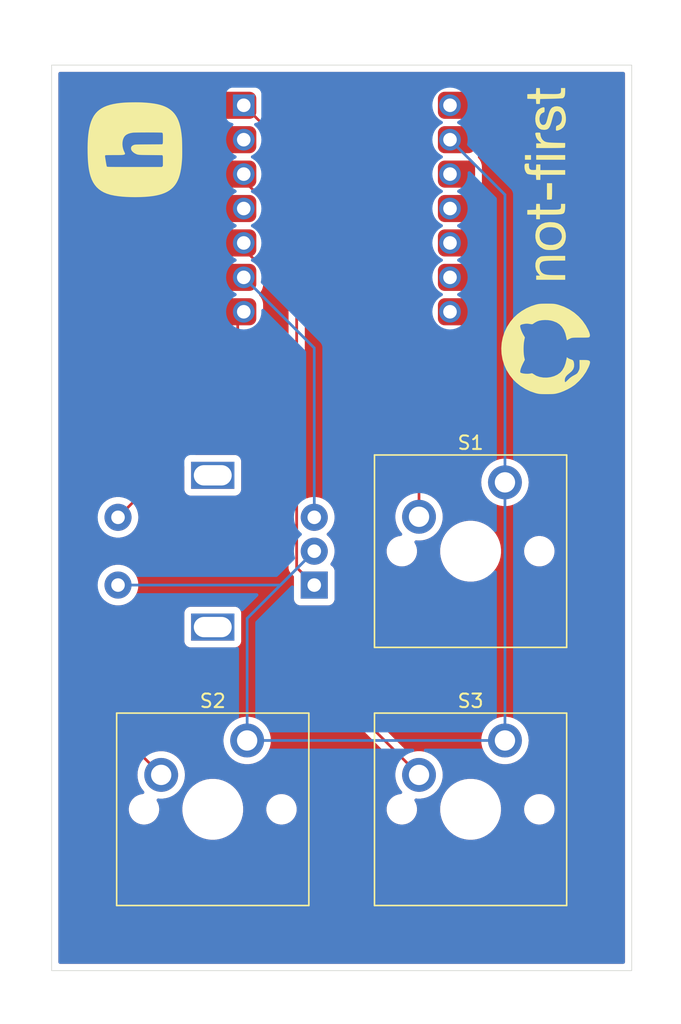
<source format=kicad_pcb>
(kicad_pcb (version 20240108) (generator "pcbnew") (generator_version "8.0")
  (layers (0 "F.Cu" signal) (31 "B.Cu" signal) (34 "B.Paste" user) (35 "F.Paste" user) (36 "B.SilkS" user "B.Silkscreen") (37 "F.SilkS" user "F.Silkscreen") (38 "B.Mask" user) (39 "F.Mask" user) (44 "Edge.Cuts" user))
  (net 0 "")
  (net 1 "Switch 1")
  (net 2 "GND")
  (net 3 "Switch 2")
  (net 4 "Switch 3")
  (net 5 "REB")
  (net 6 "REA")
  (net 7 "RES")
  (footprint "ScottoKeebs_Scotto:Encoder_EC11_MX" (layer "F.Cu") (at 95.25 95.25 180)
    (property "Reference" "SW1" (hide yes))
    (property "Value" "RotaryEncoder_Switch" (hide yes))
    (pad "A" thru_hole rect (at -7.5 -2.5 180) (size 2 2) (drill 1) (layers "*.Cu" "*.Mask") (net 6 "REA"))
    (pad "B" thru_hole circle (at -7.5 2.5 180) (size 2 2) (drill 1) (layers "*.Cu" "*.Mask") (net 5 "REB"))
    (pad "C" thru_hole circle (at -7.5 0 180) (size 2 2) (drill 1) (layers "*.Cu" "*.Mask") (net 2 "GND"))
    (pad "MP" thru_hole rect (at 0 -5.6 180) (size 3.2 2) (drill oval 2.8 1.5) (layers "*.Cu" "*.Mask"))
    (pad "MP" thru_hole rect (at 0 5.6 180) (size 3.2 2) (drill oval 2.8 1.5) (layers "*.Cu" "*.Mask"))
    (pad "S1" thru_hole circle (at 7 2.5 180) (size 2 2) (drill 1) (layers "*.Cu" "*.Mask") (net 7 "RES"))
    (pad "S2" thru_hole circle (at 7 -2.5 180) (size 2 2) (drill 1) (layers "*.Cu" "*.Mask") (net 2 "GND"))
  )
  (footprint "LOGO" (layer "F.Cu") (at 119.86 80.32 90)
    (property "Reference" "G***" (hide yes))
    (property "Value" "LOGO" (hide yes))
    (fp_poly (pts (xy 0.451525 -3.261153) (xy 0.858514 -3.179115) (xy 1.25578 -3.045913) (xy 1.63863 -2.861571) (xy 2.002373 -2.626111) (xy 2.300534 -2.378866) (xy 2.560199 -2.103881) (xy 2.795633 -1.78615) (xy 2.998858 -1.439009) (xy 3.161902 -1.075794) (xy 3.26046 -0.773678) (xy 3.288436 -0.665067) (xy 3.30889 -0.570139) (xy 3.323002 -0.476277) (xy 3.331951 -0.370866) (xy 3.336913 -0.241289) (xy 3.339069 -0.074931) (xy 3.339542 0.072988) (xy 3.339206 0.272368) (xy 3.33686 0.4259) (xy 3.331343 0.546122) (xy 3.321494 0.645573) (xy 3.306153 0.736789) (xy 3.284158 0.832308) (xy 3.261152 0.919655) (xy 3.119256 1.334092) (xy 2.926212 1.725357) (xy 2.686112 2.088568) (xy 2.403049 2.418842) (xy 2.081117 2.711296) (xy 1.72441 2.961048) (xy 1.406999 3.131413) (xy 1.227625 3.208574) (xy 1.088685 3.251845) (xy 0.98394 3.262426) (xy 0.907152 3.241515) (xy 0.890513 3.230708) (xy 0.871184 3.213225) (xy 0.856662 3.188409) (xy 0.846263 3.148442) (xy 0.839303 3.085507) (xy 0.835095 2.991785) (xy 0.832954 2.859458) (xy 0.832197 2.68071) (xy 0.832122 2.564289) (xy 0.831767 2.356199) (xy 0.830209 2.19735) (xy 0.826653 2.078593) (xy 0.820301 1.990781) (xy 0.810357 1.924764) (xy 0.796024 1.871395) (xy 0.776505 1.821524) (xy 0.765264 1.796584) (xy 0.719121 1.704986) (xy 0.674534 1.629984) (xy 0.654215 1.602784) (xy 0.635698 1.576354) (xy 0.644531 1.557821) (xy 0.690183 1.542062) (xy 0.78212 1.523956) (xy 0.808465 1.519329) (xy 1.126815 1.443837) (xy 1.397793 1.33547) (xy 1.623523 1.192339) (xy 1.806125 1.012553) (xy 1.947723 0.794221) (xy 2.050437 0.535453) (xy 2.090789 0.376794) (xy 2.122208 0.161772) (xy 2.130613 -0.064252) (xy 2.116973 -0.284353) (xy 2.082257 -0.481605) (xy 2.033328 -0.626626) (xy 1.978291 -0.736428) (xy 1.918566 -0.839961) (xy 1.879511 -0.897765) (xy 1.841303 -0.951178) (xy 1.822055 -0.996741) (xy 1.819434 -1.053057) (xy 1.83111 -1.138731) (xy 1.841738 -1.199271) (xy 1.861263 -1.342525) (xy 1.860974 -1.46621) (xy 1.842524 -1.597163) (xy 1.813438 -1.735636) (xy 1.7839 -1.82531) (xy 1.748725 -1.875585) (xy 1.702732 -1.89586) (xy 1.676787 -1.897701) (xy 1.577744 -1.883297) (xy 1.445062 -1.844064) (xy 1.294706 -1.785976) (xy 1.142644 -1.715006) (xy 1.043888 -1.660951) (xy 0.846973 -1.544931) (xy 0.620555 -1.593924) (xy 0.449187 -1.62064) (xy 0.241812 -1.637038) (xy 0.016703 -1.643095) (xy -0.20787 -1.638788) (xy -0.413635 -1.624095) (xy -0.58232 -1.598992) (xy -0.598506 -1.595439) (xy -0.802874 -1.548624) (xy -1.094828 -1.695078) (xy -1.277136 -1.779741) (xy -1.440135 -1.842276) (xy -1.57672 -1.880818) (xy -1.679785 -1.893504) (xy -1.742226 -1.878469) (xy -1.752418 -1.867578) (xy -1.789487 -1.774957) (xy -1.816862 -1.642784) (xy -1.833138 -1.489305) (xy -1.836909 -1.332767) (xy -1.826772 -1.191417) (xy -1.810649 -1.111288) (xy -1.796998 -1.038828) (xy -1.811628 -0.980524) (xy -1.856252 -0.913988) (xy -1.982713 -0.702294) (xy -2.068201 -0.459963) (xy -2.113305 -0.197368) (xy -2.118615 0.075116) (xy -2.084721 0.347117) (xy -2.012214 0.608259) (xy -1.901683 0.848169) (xy -1.753718 1.056473) (xy -1.743528 1.067889) (xy -1.566083 1.222743) (xy -1.338269 1.35189) (xy -1.062713 1.45414) (xy -0.742044 1.528298) (xy -0.721664 1.531788) (xy -0.611258 1.550348) (xy -0.676484 1.64195) (xy -0.725271 1.729996) (xy -0.766686 1.836825) (xy -0.775123 1.866718) (xy -0.810696 1.960995) (xy -0.868548 2.025109) (xy -0.959307 2.065484) (xy -1.0936 2.088546) (xy -1.150353 2.093531) (xy -1.326775 2.085619) (xy -1.485362 2.031469) (xy -1.633102 1.927276) (xy -1.776986 1.769231) (xy -1.799038 1.740146) (xy -1.928563 1.584639) (xy -2.051269 1.48003) (xy -2.175502 1.420829) (xy -2.309605 1.401548) (xy -2.313736 1.401529) (xy -2.407136 1.408475) (xy -2.450133 1.428668) (xy -2.452414 1.436618) (xy -2.4322 1.471625) (xy -2.378485 1.533477) (xy -2.301657 1.61051) (xy -2.276903 1.633687) (xy -2.147662 1.76999) (xy -2.033994 1.930438) (xy -1.96078 2.058276) (xy -1.89407 2.179829) (xy -1.841924 2.26221) (xy -1.792753 2.318454) (xy -1.734966 2.361593) (xy -1.656974 2.404663) (xy -1.649272 2.40862) (xy -1.571127 2.446881) (xy -1.504918 2.471794) (xy -1.434842 2.485984) (xy -1.345098 2.492076) (xy -1.219884 2.492694) (xy -1.147924 2.491888) (xy -0.817471 2.487568) (xy -0.817471 2.81384) (xy -0.82255 3.00339) (xy -0.841778 3.139359) (xy -0.881141 3.22561) (xy -0.946627 3.266008) (xy -1.044222 3.264415) (xy -1.179913 3.224697) (xy -1.34764 3.15601) (xy -1.702841 2.971549) (xy -2.043499 2.73884) (xy -2.356831 2.468003) (xy -2.630051 2.169154) (xy -2.686909 2.096146) (xy -2.838639 1.870212) (xy -2.984824 1.60753) (xy -3.115015 1.32954) (xy -3.218761 1.057677) (xy -3.260461 0.919655) (xy -3.288436 0.811044) (xy -3.308891 0.716116) (xy -3.323003 0.622254) (xy -3.331951 0.516842) (xy -3.336914 0.387266) (xy -3.339069 0.220908) (xy -3.339543 0.072988) (xy -3.339207 -0.126391) (xy -3.33686 -0.279923) (xy -3.331343 -0.400146) (xy -3.321495 -0.499596) (xy -3.306153 -0.590813) (xy -3.284158 -0.686332) (xy -3.261152 -0.773678) (xy -3.132363 -1.150721) (xy -2.955036 -1.520585) (xy -2.736866 -1.870566) (xy -2.485546 -2.187959) (xy -2.275594 -2.400953) (xy -1.931896 -2.67769) (xy -1.565083 -2.903106) (xy -1.179845 -3.077223) (xy -0.780873 -3.200063) (xy -0.37286 -3.27165) (xy 0.039503 -3.292006)) (fill solid) (layer "F.SilkS"))
  )
  (footprint "ScottoKeebs_MX:MX_PCB_1.00u" (layer "F.Cu") (at 95.25 114.3)
    (property "Reference" "S2" (at 0 -8 0) (layer "F.SilkS"))
    (property "Value" "Keyswitch")
    (fp_line (start -7.1 -7.1) (end -7.1 7.1) (stroke (width 0.12)) (layer "F.SilkS"))
    (fp_line (start -7.1 7.1) (end 7.1 7.1) (stroke (width 0.12)) (layer "F.SilkS"))
    (fp_line (start 7.1 -7.1) (end -7.1 -7.1) (stroke (width 0.12)) (layer "F.SilkS"))
    (fp_line (start 7.1 7.1) (end 7.1 -7.1) (stroke (width 0.12)) (layer "F.SilkS"))
    (pad "" np_thru_hole circle (at -5.08 0) (size 1.75 1.75) (drill 1.75) (layers "*.Cu" "*.Mask"))
    (pad "" np_thru_hole circle (at 0 0) (size 4 4) (drill 4) (layers "*.Cu" "*.Mask"))
    (pad "" np_thru_hole circle (at 5.08 0) (size 1.75 1.75) (drill 1.75) (layers "*.Cu" "*.Mask"))
    (pad "1" thru_hole circle (at -3.81 -2.54) (size 2.5 2.5) (drill 1.5) (layers "*.Cu" "*.Mask") (net 3 "Switch 2"))
    (pad "2" thru_hole circle (at 2.54 -5.08) (size 2.5 2.5) (drill 1.5) (layers "*.Cu" "*.Mask") (net 2 "GND"))
  )
  (footprint "ScottoKeebs_MX:MX_PCB_1.00u" (layer "F.Cu") (at 114.3 95.25)
    (property "Reference" "S1" (at 0 -8 0) (layer "F.SilkS"))
    (property "Value" "Keyswitch")
    (fp_line (start -7.1 -7.1) (end -7.1 7.1) (stroke (width 0.12)) (layer "F.SilkS"))
    (fp_line (start -7.1 7.1) (end 7.1 7.1) (stroke (width 0.12)) (layer "F.SilkS"))
    (fp_line (start 7.1 -7.1) (end -7.1 -7.1) (stroke (width 0.12)) (layer "F.SilkS"))
    (fp_line (start 7.1 7.1) (end 7.1 -7.1) (stroke (width 0.12)) (layer "F.SilkS"))
    (pad "" np_thru_hole circle (at -5.08 0) (size 1.75 1.75) (drill 1.75) (layers "*.Cu" "*.Mask"))
    (pad "" np_thru_hole circle (at 0 0) (size 4 4) (drill 4) (layers "*.Cu" "*.Mask"))
    (pad "" np_thru_hole circle (at 5.08 0) (size 1.75 1.75) (drill 1.75) (layers "*.Cu" "*.Mask"))
    (pad "1" thru_hole circle (at -3.81 -2.54) (size 2.5 2.5) (drill 1.5) (layers "*.Cu" "*.Mask") (net 1 "Switch 1"))
    (pad "2" thru_hole circle (at 2.54 -5.08) (size 2.5 2.5) (drill 1.5) (layers "*.Cu" "*.Mask") (net 2 "GND"))
  )
  (footprint "LOGO" (layer "F.Cu") (at 89.5 65.62 90)
    (property "Reference" "G***" (hide yes))
    (property "Value" "LOGO" (hide yes))
    (fp_poly (pts (xy 0.497369 -3.492316) (xy 0.815527 -3.475494) (xy 1.110403 -3.448862) (xy 1.382804 -3.412279) (xy 1.633533 -3.365603) (xy 1.863397 -3.308692) (xy 2.0732 -3.241403) (xy 2.263747 -3.163596) (xy 2.435844 -3.075129) (xy 2.536857 -3.012728) (xy 2.68873 -2.899601) (xy 2.82611 -2.770805) (xy 2.949426 -2.625344) (xy 3.05911 -2.462219) (xy 3.155592 -2.280434) (xy 3.239302 -2.078991) (xy 3.310671 -1.856894) (xy 3.370128 -1.613146) (xy 3.418106 -1.346749) (xy 3.455034 -1.056706) (xy 3.474378 -0.841195) (xy 3.481682 -0.724587) (xy 3.487762 -0.586275) (xy 3.492556 -0.431885) (xy 3.496006 -0.267044) (xy 3.498051 -0.097379) (xy 3.49863 0.071483) (xy 3.497683 0.233916) (xy 3.495151 0.384292) (xy 3.490972 0.516986) (xy 3.489318 0.553958) (xy 3.47009 0.861682) (xy 3.443262 1.144472) (xy 3.40838 1.403804) (xy 3.36499 1.641148) (xy 3.312638 1.857979) (xy 3.25087 2.055771) (xy 3.179232 2.235995) (xy 3.09727 2.400126) (xy 3.00453 2.549636) (xy 2.900558 2.685999) (xy 2.797812 2.797894) (xy 2.662643 2.919388) (xy 2.512187 3.028093) (xy 2.34517 3.124453) (xy 2.160319 3.208909) (xy 1.956363 3.281902) (xy 1.732029 3.343874) (xy 1.486044 3.395266) (xy 1.217136 3.43652) (xy 0.924031 3.468077) (xy 0.848035 3.474408) (xy 0.774955 3.47892) (xy 0.678814 3.482952) (xy 0.563904 3.486468) (xy 0.434517 3.489432) (xy 0.294945 3.491805) (xy 0.149479 3.493553) (xy 0.002411 3.494638) (xy -0.141967 3.495023) (xy -0.279364 3.494672) (xy -0.405488 3.493548) (xy -0.516046 3.491615) (xy -0.606749 3.488836) (xy -0.642865 3.487142) (xy -0.737497 3.481058) (xy -0.848176 3.472493) (xy -0.96381 3.462387) (xy -1.073303 3.451684) (xy -1.12148 3.446492) (xy -1.397103 3.409705) (xy -1.648495 3.363476) (xy -1.87733 3.307158) (xy -2.085282 3.240103) (xy -2.274025 3.161664) (xy -2.445232 3.071193) (xy -2.600577 2.968042) (xy -2.741733 2.851565) (xy -2.797894 2.797812) (xy -2.913879 2.669312) (xy -3.018559 2.526405) (xy -3.112197 2.368051) (xy -3.195054 2.193212) (xy -3.267392 2.000848) (xy -3.329474 1.789919) (xy -3.381561 1.559385) (xy -3.423915 1.308209) (xy -3.456798 1.035349) (xy -3.480472 0.739767) (xy -3.4952 0.420423) (xy -3.501242 0.076277) (xy -3.501431 0.006209) (xy -3.501184 -0.013305) (xy -1.272052 -0.013305) (xy -1.272052 1.985411) (xy -1.23207 2.025393) (xy -1.192088 2.065374) (xy -0.830085 2.065374) (xy -0.720499 2.065254) (xy -0.634921 2.064744) (xy -0.570003 2.063624) (xy -0.522396 2.061671) (xy -0.488754 2.058663) (xy -0.465729 2.054378) (xy -0.449972 2.048596) (xy -0.438136 2.041092) (xy -0.435791 2.039241) (xy -0.4035 2.013108) (xy -0.395634 1.160431) (xy -0.39395 0.978797) (xy -0.392351 0.822201) (xy -0.390627 0.688329) (xy -0.388565 0.574865) (xy -0.385953 0.479493) (xy -0.382581 0.399899) (xy -0.378235 0.333767) (xy -0.372705 0.278781) (xy -0.365778 0.232626) (xy -0.357242 0.192987) (xy -0.346887 0.157548) (xy -0.334499 0.123994) (xy -0.319868 0.090009) (xy -0.302781 0.053278) (xy -0.292343 0.031243) (xy -0.247451 -0.047733) (xy -0.190667 -0.123944) (xy -0.127804 -0.190864) (xy -0.064678 -0.241967) (xy -0.032056 -0.260917) (xy 0.039277 -0.284523) (xy 0.114404 -0.291068) (xy 0.183889 -0.280416) (xy 0.220888 -0.264599) (xy 0.27588 -0.218264) (xy 0.323135 -0.150159) (xy 0.359172 -0.065538) (xy 0.364507 -0.047873) (xy 0.369004 -0.029734) (xy 0.372926 -0.00791) (xy 0.376326 0.019588) (xy 0.379258 0.054752) (xy 0.381776 0.099572) (xy 0.383932 0.156039) (xy 0.385781 0.226144) (xy 0.387377 0.311877) (xy 0.388771 0.415228) (xy 0.390019 0.53819) (xy 0.391174 0.682751) (xy 0.392289 0.850903) (xy 0.393293 1.022294) (xy 0.398842 2.010392) (xy 0.433791 2.037883) (xy 0.445859 2.04627) (xy 0.460403 2.052757) (xy 0.480849 2.057586) (xy 0.510627 2.061001) (xy 0.553165 2.063244) (xy 0.611891 2.064557) (xy 0.690233 2.065185) (xy 0.79162 2.065369) (xy 0.82188 2.065374) (xy 0.938671 2.0651) (xy 1.031209 2.063972) (xy 1.102591 2.061539) (xy 1.155918 2.057345) (xy 1.194288 2.050938) (xy 1.2208 2.041862) (xy 1.238553 2.029666) (xy 1.250646 2.013893) (xy 1.256866 2.001672) (xy 1.259703 1.981893) (xy 1.262261 1.937356) (xy 1.264538 1.870656) (xy 1.266532 1.784389) (xy 1.268243 1.681151) (xy 1.26967 1.563537) (xy 1.27081 1.434143) (xy 1.271664 1.295566) (xy 1.272229 1.1504) (xy 1.272504 1.001242) (xy 1.272489 0.850688) (xy 1.272182 0.701333) (xy 1.271581 0.555773) (xy 1.270686 0.416604) (xy 1.269496 0.286422) (xy 1.268008 0.167823) (xy 1.266222 0.063401) (xy 1.264137 -0.024246) (xy 1.261752 -0.092523) (xy 1.259064 -0.138834) (xy 1.257881 -0.150816) (xy 1.228736 -0.318187) (xy 1.184853 -0.466166) (xy 1.12682 -0.593078) (xy 1.074041 -0.673853) (xy 0.996751 -0.753317) (xy 0.899629 -0.817961) (xy 0.786032 -0.867482) (xy 0.659314 -0.901576) (xy 0.522831 -0.919939) (xy 0.379937 -0.922268) (xy 0.23399 -0.908259) (xy 0.088343 -0.877609) (xy -0.053648 -0.830014) (xy -0.152275 -0.784804) (xy -0.224166 -0.750569) (xy -0.277085 -0.732549) (xy -0.313745 -0.730281) (xy -0.33686 -0.743301) (xy -0.34272 -0.752288) (xy -0.354987 -0.7781) (xy -0.36525 -0.804707) (xy -0.373686 -0.834709) (xy -0.380473 -0.870705) (xy -0.385788 -0.915295) (xy -0.389807 -0.971078) (xy -0.392707 -1.040655) (xy -0.394665 -1.126623) (xy -0.395858 -1.231584) (xy -0.396463 -1.358137) (xy -0.396656 -1.50888) (xy -0.396661 -1.545062) (xy -0.396697 -1.692179) (xy -0.396874 -1.814369) (xy -0.397291 -1.914058) (xy -0.398052 -1.993676) (xy -0.399256 -2.055651) (xy -0.401006 -2.102409) (xy -0.403402 -2.13638) (xy -0.406547 -2.159992) (xy -0.41054 -2.175673) (xy -0.415484 -2.18585) (xy -0.42148 -2.192952) (xy -0.423784 -2.195104) (xy -0.432605 -2.202028) (xy -0.443655 -2.206778) (xy -0.460029 -2.209045) (xy -0.484824 -2.208523) (xy -0.521135 -2.204904) (xy -0.57206 -2.197879) (xy -0.640693 -2.187142) (xy -0.730132 -2.172385) (xy -0.841975 -2.153553) (xy -0.954858 -2.134412) (xy -1.043801 -2.119026) (xy -1.111844 -2.106626) (xy -1.162027 -2.096443) (xy -1.19739 -2.087709) (xy -1.220971 -2.079654) (xy -1.235812 -2.071511) (xy -1.244951 -2.06251) (xy -1.251429 -2.051883) (xy -1.252547 -2.049738) (xy -1.255258 -2.041414) (xy -1.257714 -2.026597) (xy -1.259925 -2.004026) (xy -1.261904 -1.97244) (xy -1.263664 -1.930578) (xy -1.265217 -1.877178) (xy -1.266573 -1.81098) (xy -1.267746 -1.730723) (xy -1.268748 -1.635145) (xy -1.269591 -1.522985) (xy -1.270286 -1.392983) (xy -1.270846 -1.243877) (xy -1.271284 -1.074406) (xy -1.27161 -0.883308) (xy -1.271837 -0.669324) (xy -1.271977 -0.431191) (xy -1.272043 -0.167649) (xy -1.272052 -0.013305) (xy -3.501184 -0.013305) (xy -3.497133 -0.333872) (xy -3.48404 -0.6552) (xy -3.462282 -0.956442) (xy -3.431994 -1.236267) (xy -3.393308 -1.493341) (xy -3.346357 -1.726332) (xy -3.317327 -1.842729) (xy -3.241713 -2.08188) (xy -3.148784 -2.299966) (xy -3.038085 -2.497467) (xy -2.909158 -2.67486) (xy -2.761547 -2.832624) (xy -2.594796 -2.97124) (xy -2.408449 -3.091186) (xy -2.202048 -3.192941) (xy -1.975139 -3.276983) (xy -1.940552 -3.287714) (xy -1.778182 -3.333131) (xy -1.610341 -3.372255) (xy -1.434105 -3.405439) (xy -1.246552 -3.433038) (xy -1.044759 -3.455404) (xy -0.825803 -3.472893) (xy -0.586761 -3.485859) (xy -0.324711 -3.494655) (xy -0.212008 -3.4971) (xy 0.155126 -3.499471)) (fill solid) (layer "F.SilkS"))
  )
  (footprint "ScottoKeebs_MCU:Seeed_XIAO_RP2040" (layer "F.Cu") (at 105.16 69.96)
    (property "Reference" "U1" (hide yes))
    (property "Value" "MCU_Seeed_XIAO_RP2040")
    (pad "1" smd roundrect (at -8.065 -7.62) (size 2.75 2) (layers "F.Cu" "F.Paste" "F.Mask") (net 1 "Switch 1"))
    (pad "1" thru_hole rect (at -7.62 -7.62 90) (size 1.6 1.6) (drill 1) (layers "*.Cu" "*.Mask") (net 1 "Switch 1"))
    (pad "2" smd roundrect (at -8.065 -5.08) (size 2.75 2) (layers "F.Cu" "F.Paste" "F.Mask") (net 3 "Switch 2"))
    (pad "2" thru_hole circle (at -7.62 -5.08 90) (size 1.6 1.6) (drill 1) (layers "*.Cu" "*.Mask") (net 3 "Switch 2"))
    (pad "3" smd roundrect (at -8.065 -2.54) (size 2.75 2) (layers "F.Cu" "F.Paste" "F.Mask") (net 4 "Switch 3"))
    (pad "3" thru_hole circle (at -7.62 -2.54 90) (size 1.6 1.6) (drill 1) (layers "*.Cu" "*.Mask") (net 4 "Switch 3"))
    (pad "4" smd roundrect (at -8.065 0) (size 2.75 2) (layers "F.Cu" "F.Paste" "F.Mask"))
    (pad "4" thru_hole circle (at -7.62 0 90) (size 1.6 1.6) (drill 1) (layers "*.Cu" "*.Mask"))
    (pad "5" smd roundrect (at -8.065 2.54) (size 2.75 2) (layers "F.Cu" "F.Paste" "F.Mask") (net 6 "REA"))
    (pad "5" thru_hole circle (at -7.62 2.54 90) (size 1.6 1.6) (drill 1) (layers "*.Cu" "*.Mask") (net 6 "REA"))
    (pad "6" smd roundrect (at -8.065 5.08) (size 2.75 2) (layers "F.Cu" "F.Paste" "F.Mask") (net 5 "REB"))
    (pad "6" thru_hole circle (at -7.62 5.08 90) (size 1.6 1.6) (drill 1) (layers "*.Cu" "*.Mask") (net 5 "REB"))
    (pad "7" smd roundrect (at -8.065 7.62) (size 2.75 2) (layers "F.Cu" "F.Paste" "F.Mask") (net 7 "RES"))
    (pad "7" thru_hole circle (at -7.62 7.62 90) (size 1.6 1.6) (drill 1) (layers "*.Cu" "*.Mask") (net 7 "RES"))
    (pad "8" thru_hole circle (at 7.62 7.62 90) (size 1.6 1.6) (drill 1) (layers "*.Cu" "*.Mask"))
    (pad "8" smd roundrect (at 8.1 7.62) (size 2.75 2) (layers "F.Cu" "F.Paste" "F.Mask"))
    (pad "9" thru_hole circle (at 7.62 5.08 90) (size 1.6 1.6) (drill 1) (layers "*.Cu" "*.Mask"))
    (pad "9" smd roundrect (at 8.1 5.08) (size 2.75 2) (layers "F.Cu" "F.Paste" "F.Mask"))
    (pad "10" thru_hole circle (at 7.62 2.54 90) (size 1.6 1.6) (drill 1) (layers "*.Cu" "*.Mask"))
    (pad "10" smd roundrect (at 8.1 2.54) (size 2.75 2) (layers "F.Cu" "F.Paste" "F.Mask"))
    (pad "11" thru_hole circle (at 7.62 0 90) (size 1.6 1.6) (drill 1) (layers "*.Cu" "*.Mask"))
    (pad "11" smd roundrect (at 8.1 0) (size 2.75 2) (layers "F.Cu" "F.Paste" "F.Mask"))
    (pad "12" thru_hole circle (at 7.62 -2.54 90) (size 1.6 1.6) (drill 1) (layers "*.Cu" "*.Mask"))
    (pad "12" smd roundrect (at 8.1 -2.54) (size 2.75 2) (layers "F.Cu" "F.Paste" "F.Mask"))
    (pad "13" thru_hole circle (at 7.62 -5.08 90) (size 1.6 1.6) (drill 1) (layers "*.Cu" "*.Mask") (net 2 "GND"))
    (pad "13" smd roundrect (at 8.1 -5.08) (size 2.75 2) (layers "F.Cu" "F.Paste" "F.Mask") (net 2 "GND"))
    (pad "14" thru_hole circle (at 7.62 -7.62 90) (size 1.6 1.6) (drill 1) (layers "*.Cu" "*.Mask"))
    (pad "14" smd roundrect (at 8.1 -7.62) (size 2.75 2) (layers "F.Cu" "F.Paste" "F.Mask"))
  )
  (footprint "ScottoKeebs_MX:MX_PCB_1.00u" (layer "F.Cu") (at 114.3 114.3)
    (property "Reference" "S3" (at 0 -8 0) (layer "F.SilkS"))
    (property "Value" "Keyswitch")
    (fp_line (start -7.1 -7.1) (end -7.1 7.1) (stroke (width 0.12)) (layer "F.SilkS"))
    (fp_line (start -7.1 7.1) (end 7.1 7.1) (stroke (width 0.12)) (layer "F.SilkS"))
    (fp_line (start 7.1 -7.1) (end -7.1 -7.1) (stroke (width 0.12)) (layer "F.SilkS"))
    (fp_line (start 7.1 7.1) (end 7.1 -7.1) (stroke (width 0.12)) (layer "F.SilkS"))
    (pad "" np_thru_hole circle (at -5.08 0) (size 1.75 1.75) (drill 1.75) (layers "*.Cu" "*.Mask"))
    (pad "" np_thru_hole circle (at 0 0) (size 4 4) (drill 4) (layers "*.Cu" "*.Mask"))
    (pad "" np_thru_hole circle (at 5.08 0) (size 1.75 1.75) (drill 1.75) (layers "*.Cu" "*.Mask"))
    (pad "1" thru_hole circle (at -3.81 -2.54) (size 2.5 2.5) (drill 1.5) (layers "*.Cu" "*.Mask") (net 4 "Switch 3"))
    (pad "2" thru_hole circle (at 2.54 -5.08) (size 2.5 2.5) (drill 1.5) (layers "*.Cu" "*.Mask") (net 2 "GND"))
  )
  (footprint "LOGO" (layer "F.Cu") (at 120.15 68.23 90)
    (property "Reference" "G***" (hide yes))
    (property "Value" "LOGO" (hide yes))
    (fp_poly (pts (xy 2.214713 -1.609128) (xy 2.214713 -1.384196) (xy 2.041689 -1.384196) (xy 1.868664 -1.384196) (xy 1.868664 -1.609128) (xy 1.868664 -1.83406) (xy 2.041689 -1.83406) (xy 2.214713 -1.83406)) (fill solid) (layer "F.SilkS"))
    (fp_poly (pts (xy 2.214713 0.06921) (xy 2.214713 1.141962) (xy 2.041689 1.141962) (xy 1.868664 1.141962) (xy 1.868664 0.06921) (xy 1.868664 -1.003542) (xy 2.041689 -1.003542) (xy 2.214713 -1.003542)) (fill solid) (layer "F.SilkS"))
    (fp_poly (pts (xy 0.138419 -0.017302) (xy 0.138419 0.173025) (xy -0.444097 0.173025) (xy -0.638251 0.171718) (xy -0.807759 0.168098) (xy -0.940726 0.16262) (xy -1.025257 0.155737) (xy -1.049683 0.149955) (xy -1.063213 0.10442) (xy -1.071514 0.014817) (xy -1.072752 -0.040372) (xy -1.072752 -0.207629) (xy -0.467167 -0.207629) (xy 0.138419 -0.207629)) (fill solid) (layer "F.SilkS"))
    (fp_poly (pts (xy 1.457251 -1.863611) (xy 1.538629 -1.842795) (xy 1.57873 -1.795936) (xy 1.591341 -1.713513) (xy 1.591825 -1.680759) (xy 1.591825 -1.534863) (xy 1.415785 -1.537391) (xy 1.268333 -1.521663) (xy 1.172588 -1.465253) (xy 1.122979 -1.361864) (xy 1.113938 -1.205201) (xy 1.114401 -1.196703) (xy 1.124659 -1.020845) (xy 1.323637 -1.010466) (xy 1.522615 -1.000088) (xy 1.522615 -0.846093) (xy 1.522615 -0.692098) (xy 1.314986 -0.692098) (xy 1.107357 -0.692098) (xy 1.107357 0.224932) (xy 1.107357 1.141962) (xy 0.934332 1.141962) (xy 0.761307 1.141962) (xy 0.761307 0.224932) (xy 0.761307 -0.692098) (xy 0.57098 -0.692098) (xy 0.380654 -0.692098) (xy 0.380654 -0.846012) (xy 0.380654 -0.999925) (xy 0.562329 -1.010385) (xy 0.744005 -1.020845) (xy 0.762969 -1.297684) (xy 0.777489 -1.440054) (xy 0.7986 -1.564197) (xy 0.822162 -1.646736) (xy 0.82632 -1.655326) (xy 0.903264 -1.736051) (xy 1.027674 -1.804594) (xy 1.177867 -1.851633) (xy 1.320807 -1.867905)) (fill solid) (layer "F.SilkS"))
    (fp_poly (pts (xy 3.852157 -1.051466) (xy 3.87186 -0.992077) (xy 3.875746 -0.888314) (xy 3.875749 -0.882425) (xy 3.87378 -0.773568) (xy 3.86219 -0.716901) (xy 3.832452 -0.695416) (xy 3.780357 -0.692098) (xy 3.588581 -0.663269) (xy 3.416857 -0.58335) (xy 3.347795 -0.528406) (xy 3.280078 -0.458258) (xy 3.22827 -0.386452) (xy 3.189994 -0.302406) (xy 3.162872 -0.195535) (xy 3.144526 -0.055255) (xy 3.132578 0.129017) (xy 3.12465 0.367864) (xy 3.122182 0.475818) (xy 3.108072 1.141962) (xy 2.943999 1.141962) (xy 2.842463 1.137464) (xy 2.772187 1.126062) (xy 2.756857 1.118892) (xy 2.751095 1.079768) (xy 2.745859 0.980095) (xy 2.741335 0.828533) (xy 2.737709 0.633742) (xy 2.735168 0.404382) (xy 2.733898 0.149114) (xy 2.733787 0.04614) (xy 2.733787 -1.003542) (xy 2.906812 -1.003542) (xy 3.079836 -1.003542) (xy 3.079836 -0.809473) (xy 3.079836 -0.615403) (xy 3.238289 -0.79164) (xy 3.356326 -0.907993) (xy 3.469041 -0.980971) (xy 3.573316 -1.020315) (xy 3.715369 -1.059894) (xy 3.804155 -1.072175)) (fill solid) (layer "F.SilkS"))
    (fp_poly (pts (xy 6.720704 -1.34094) (xy 6.730654 -1.020845) (xy 6.946934 -1.010542) (xy 7.163215 -1.00024) (xy 7.163215 -0.865123) (xy 7.163215 -0.730005) (xy 6.946934 -0.719703) (xy 6.730654 -0.7094) (xy 6.721254 -0.021021) (xy 6.718478 0.243164) (xy 6.719968 0.446198) (xy 6.728272 0.59612) (xy 6.745934 0.700967) (xy 6.775501 0.768776) (xy 6.81952 0.807586) (xy 6.880536 0.825434) (xy 6.961095 0.830359) (xy 6.990988 0.830518) (xy 7.163215 0.830518) (xy 7.163215 0.98624) (xy 7.163215 1.141962) (xy 6.895027 1.140576) (xy 6.725327 1.132267) (xy 6.594455 1.110893) (xy 6.535779 1.089714) (xy 6.459137 1.033229) (xy 6.415295 0.978633) (xy 6.406205 0.92759) (xy 6.396699 0.817889) (xy 6.387348 0.660074) (xy 6.378723 0.46469) (xy 6.371395 0.242281) (xy 6.367936 0.103815) (xy 6.35 -0.7094) (xy 6.168324 -0.71986) (xy 5.986648 -0.73032) (xy 5.986648 -0.865123) (xy 5.986648 -0.999925) (xy 6.168324 -1.010385) (xy 6.35 -1.020845) (xy 6.359949 -1.34094) (xy 6.369899 -1.661035) (xy 6.540327 -1.661035) (xy 6.710754 -1.661035)) (fill solid) (layer "F.SilkS"))
    (fp_poly (pts (xy -1.826708 -1.34094) (xy -1.816758 -1.020845) (xy -1.600477 -1.010542) (xy -1.384197 -1.00024) (xy -1.384197 -0.865123) (xy -1.384197 -0.730005) (xy -1.600477 -0.719703) (xy -1.816758 -0.7094) (xy -1.816758 0.0034) (xy -1.816273 0.263191) (xy -1.81308 0.461945) (xy -1.804573 0.607835) (xy -1.788145 0.709034) (xy -1.76119 0.773716) (xy -1.721102 0.810052) (xy -1.665274 0.826216) (xy -1.5911 0.830381) (xy -1.552984 0.830518) (xy -1.384197 0.830518) (xy -1.384197 0.98624) (xy -1.384197 1.141962) (xy -1.635082 1.140607) (xy -1.777802 1.133244) (xy -1.908282 1.115281) (xy -1.996072 1.091364) (xy -2.050331 1.060861) (xy -2.092908 1.016726) (xy -2.125176 0.951006) (xy -2.148507 0.855743) (xy -2.164273 0.722983) (xy -2.173849 0.544771) (xy -2.178606 0.313149) (xy -2.179916 0.025954) (xy -2.180109 -0.726703) (xy -2.353134 -0.726703) (xy -2.526158 -0.726703) (xy -2.526158 -0.865123) (xy -2.526158 -1.003542) (xy -2.353134 -1.003542) (xy -2.180109 -1.003542) (xy -2.180109 -1.332289) (xy -2.180109 -1.661035) (xy -2.008383 -1.661035) (xy -1.836658 -1.661035)) (fill solid) (layer "F.SilkS"))
    (fp_poly (pts (xy -5.762729 -1.057306) (xy -5.56459 -0.996971) (xy -5.408001 -0.886963) (xy -5.298436 -0.730512) (xy -5.261469 -0.630465) (xy -5.251057 -0.558538) (xy -5.241875 -0.428613) (xy -5.234346 -0.251897) (xy -5.228893 -0.039596) (xy -5.22594 0.197083) (xy -5.225534 0.320095) (xy -5.225341 1.141962) (xy -5.398366 1.141962) (xy -5.57139 1.141962) (xy -5.572236 0.441213) (xy -5.574662 0.143242) (xy -5.581875 -0.093941) (xy -5.594981 -0.278659) (xy -5.615082 -0.419235) (xy -5.643282 -0.523992) (xy -5.680686 -0.601255) (xy -5.716622 -0.647427) (xy -5.827936 -0.719439) (xy -5.974313 -0.750917) (xy -6.135811 -0.74333) (xy -6.292486 -0.698145) (xy -6.424393 -0.61683) (xy -6.448785 -0.593534) (xy -6.511794 -0.516431) (xy -6.560182 -0.426663) (xy -6.595699 -0.314522) (xy -6.620095 -0.170301) (xy -6.635121 0.015708) (xy -6.642527 0.253213) (xy -6.644142 0.489969) (xy -6.644142 1.141962) (xy -6.817167 1.141962) (xy -6.990191 1.141962) (xy -6.990191 0.06921) (xy -6.990191 -1.003542) (xy -6.834469 -1.003542) (xy -6.678747 -1.003542) (xy -6.678747 -0.861538) (xy -6.678747 -0.719533) (xy -6.557163 -0.826286) (xy -6.390625 -0.95129) (xy -6.223211 -1.025758) (xy -6.025513 -1.062207) (xy -5.996943 -1.064735)) (fill solid) (layer "F.SilkS"))
    (fp_poly (pts (xy -3.41062 -1.024352) (xy -3.182064 -0.931549) (xy -2.999846 -0.78764) (xy -2.864486 -0.593237) (xy -2.776503 -0.34895) (xy -2.736417 -0.055389) (xy -2.733788 0.051907) (xy -2.754461 0.347256) (xy -2.818075 0.59518) (xy -2.927027 0.804342) (xy -2.950959 0.837642) (xy -3.107717 0.991344) (xy -3.310046 1.104885) (xy -3.544505 1.174266) (xy -3.797653 1.195489) (xy -4.052421 1.165373) (xy -4.279805 1.087526) (xy -4.464478 0.962168) (xy -4.614741 0.782373) (xy -4.702732 0.622888) (xy -4.744651 0.525967) (xy -4.771241 0.435903) (xy -4.785858 0.332052) (xy -4.791856 0.19377) (xy -4.792725 0.06921) (xy -4.791448 -0.038376) (xy -4.418842 -0.038376) (xy -4.415445 0.209977) (xy -4.365672 0.429269) (xy -4.27577 0.613488) (xy -4.151982 0.756621) (xy -4.000552 0.852658) (xy -3.827724 0.895586) (xy -3.639743 0.879394) (xy -3.512398 0.834323) (xy -3.34298 0.728427) (xy -3.221797 0.586055) (xy -3.145399 0.400621) (xy -3.110336 0.165538) (xy -3.107127 0.0606) (xy -3.110429 -0.093638) (xy -3.126016 -0.207896) (xy -3.160001 -0.311126) (xy -3.206132 -0.408339) (xy -3.317395 -0.580525) (xy -3.448605 -0.690666) (xy -3.611063 -0.74538) (xy -3.793735 -0.752684) (xy -4.002655 -0.712207) (xy -4.170842 -0.616196) (xy -4.297317 -0.465768) (xy -4.381102 -0.262042) (xy -4.418842 -0.038376) (xy -4.791448 -0.038376) (xy -4.790663 -0.104535) (xy -4.782231 -0.229903) (xy -4.764054 -0.32766) (xy -4.732759 -0.418574) (xy -4.702409 -0.486773) (xy -4.562077 -0.716243) (xy -4.38314 -0.8883) (xy -4.165527 -1.002984) (xy -3.909164 -1.060337) (xy -3.684994 -1.065439)) (fill solid) (layer "F.SilkS"))
    (fp_poly (pts (xy 5.157235 -1.043398) (xy 5.37134 -0.973888) (xy 5.503706 -0.898641) (xy 5.598011 -0.803307) (xy 5.679538 -0.672649) (xy 5.732324 -0.535949) (xy 5.743654 -0.458515) (xy 5.73758 -0.413148) (xy 5.706888 -0.389909) (xy 5.634592 -0.381547) (xy 5.561243 -0.380654) (xy 5.453923 -0.383269) (xy 5.395121 -0.398232) (xy 5.364165 -0.436223) (xy 5.344962 -0.492376) (xy 5.27327 -0.618856) (xy 5.14898 -0.708117) (xy 4.980774 -0.75511) (xy 4.882825 -0.761178) (xy 4.711637 -0.741775) (xy 4.57464 -0.688817) (xy 4.480225 -0.609806) (xy 4.43678 -0.512247) (xy 4.452695 -0.403645) (xy 4.461883 -0.38467) (xy 4.495829 -0.335255) (xy 4.546168 -0.293917) (xy 4.624017 -0.255896) (xy 4.740494 -0.216438) (xy 4.906714 -0.170783) (xy 5.040493 -0.137064) (xy 5.289464 -0.068244) (xy 5.477881 0.001418) (xy 5.614324 0.076021) (xy 5.707371 0.159664) (xy 5.732347 0.19346) (xy 5.802807 0.359761) (xy 5.821293 0.548704) (xy 5.788576 0.738124) (xy 5.707633 0.902783) (xy 5.594813 1.009254) (xy 5.430845 1.096096) (xy 5.232049 1.159115) (xy 5.014744 1.194115) (xy 4.79525 1.1969) (xy 4.643639 1.176314) (xy 4.424411 1.106379) (xy 4.257204 0.997113) (xy 4.133285 0.842338) (xy 4.109332 0.798359) (xy 4.057686 0.683159) (xy 4.023125 0.580723) (xy 4.014169 0.528362) (xy 4.019401 0.480648) (xy 4.046653 0.457845) (xy 4.113256 0.453029) (xy 4.193512 0.456707) (xy 4.300259 0.466399) (xy 4.358112 0.48663) (xy 4.387382 0.528269) (xy 4.399358 0.566853) (xy 4.471418 0.711545) (xy 4.597268 0.817119) (xy 4.771587 0.880458) (xy 4.965803 0.898775) (xy 5.135461 0.876816) (xy 5.275194 0.818872) (xy 5.378982 0.734594) (xy 5.440801 0.633634) (xy 5.45463 0.525644) (xy 5.414445 0.420277) (xy 5.320091 0.330963) (xy 5.255286 0.301704) (xy 5.139686 0.261874) (xy 4.989857 0.216786) (xy 4.828355 0.173271) (xy 4.577236 0.103896) (xy 4.387071 0.036202) (xy 4.250047 -0.035975) (xy 4.158354 -0.118799) (xy 4.104181 -0.218431) (xy 4.079716 -0.341036) (xy 4.076095 -0.420291) (xy 4.098775 -0.622639) (xy 4.173799 -0.784747) (xy 4.299623 -0.911843) (xy 4.477234 -1.006577) (xy 4.691697 -1.059945) (xy 4.924526 -1.072152)) (fill solid) (layer "F.SilkS"))
  )
  (gr_rect (start 83.34375 59.37375) (end 126.20625 126.20625) (stroke (width 0.05)) (fill none) (layer "Edge.Cuts"))
  (segment (start 97.54 62.34) (end 110.49 75.29) (width 0.2) (layer "F.Cu") (net 1))
  (segment (start 110.49 75.29) (end 110.49 92.71) (width 0.2) (layer "F.Cu") (net 1))
  (segment (start 116.84 68.94) (end 112.78 64.88) (width 0.2) (layer "B.Cu") (net 2))
  (segment (start 116.84 90.17) (end 116.84 68.94) (width 0.2) (layer "B.Cu") (net 2))
  (segment (start 97.79 100.21) (end 97.79 109.22) (width 0.2) (layer "B.Cu") (net 2))
  (segment (start 116.84 90.17) (end 116.84 109.22) (width 0.2) (layer "B.Cu") (net 2))
  (segment (start 100.25 97.75) (end 102.75 95.25) (width 0.2) (layer "B.Cu") (net 2))
  (segment (start 88.25 97.75) (end 100.25 97.75) (width 0.2) (layer "B.Cu") (net 2))
  (segment (start 102.75 95.25) (end 97.79 100.21) (width 0.2) (layer "B.Cu") (net 2))
  (segment (start 116.84 109.22) (end 97.79 109.22) (width 0.2) (layer "B.Cu") (net 2))
  (segment (start 97.54 64.88) (end 96.40863 64.88) (width 0.2) (layer "F.Cu") (net 3))
  (segment (start 86.45 106.77) (end 91.44 111.76) (width 0.2) (layer "F.Cu") (net 3))
  (segment (start 86.45 74.83863) (end 86.45 106.77) (width 0.2) (layer "F.Cu") (net 3))
  (segment (start 96.40863 64.88) (end 86.45 74.83863) (width 0.2) (layer "F.Cu") (net 3))
  (segment (start 105.14 106.41) (end 110.49 111.76) (width 0.2) (layer "F.Cu") (net 4))
  (segment (start 105.14 75.491358) (end 105.14 106.41) (width 0.2) (layer "F.Cu") (net 4))
  (segment (start 97.068642 67.42) (end 105.14 75.491358) (width 0.2) (layer "F.Cu") (net 4))
  (segment (start 97.54 67.42) (end 97.068642 67.42) (width 0.2) (layer "F.Cu") (net 4))
  (segment (start 102.75 80.25) (end 97.54 75.04) (width 0.2) (layer "B.Cu") (net 5))
  (segment (start 102.75 92.75) (end 102.75 80.25) (width 0.2) (layer "B.Cu") (net 5))
  (segment (start 97.095 72.5) (end 101.45 76.855) (width 0.2) (layer "F.Cu") (net 6))
  (segment (start 97.54 72.5) (end 96.40863 72.5) (width 0.2) (layer "F.Cu") (net 6))
  (segment (start 101.45 96.45) (end 102.75 97.75) (width 0.2) (layer "F.Cu") (net 6))
  (segment (start 101.45 76.855) (end 101.45 96.45) (width 0.2) (layer "F.Cu") (net 6))
  (segment (start 97.095 83.905) (end 88.25 92.75) (width 0.2) (layer "F.Cu") (net 7))
  (segment (start 97.095 77.58) (end 97.095 83.905) (width 0.2) (layer "F.Cu") (net 7))
  (zone (net 0) (net_name "") (layers "F&B.Cu") (connect_pads (clearance 0.5)) (min_thickness 0.25) (fill yes (thermal_gap 0.5) (thermal_bridge_width 0.5) (island_removal_mode 1) (island_area_min 10))
    (polygon (pts (xy 79.53 54.57) (xy 79.63 129.88) (xy 129.86 130.16) (xy 129.86 54.66)))
  )
)
</source>
